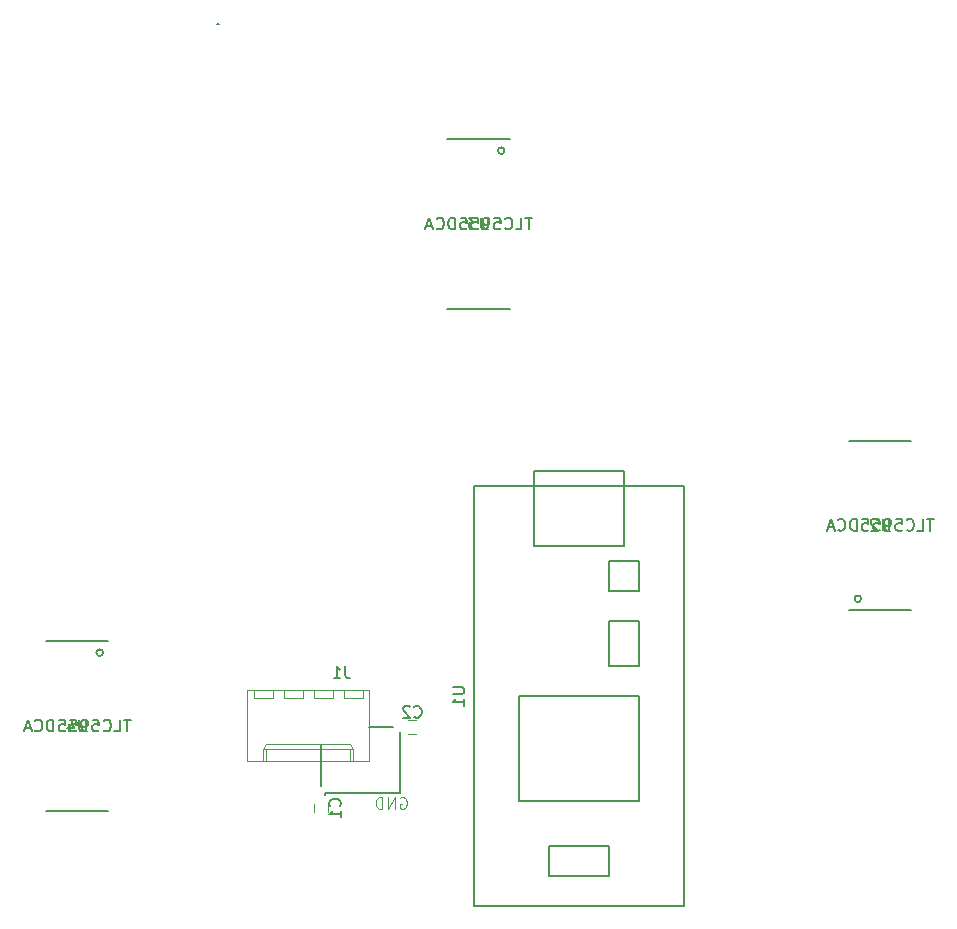
<source format=gbr>
G04 #@! TF.FileFunction,Legend,Bot*
%FSLAX46Y46*%
G04 Gerber Fmt 4.6, Leading zero omitted, Abs format (unit mm)*
G04 Created by KiCad (PCBNEW 4.0.7-e1-6374~58~ubuntu16.04.1) date Wed Aug 30 16:43:39 2017*
%MOMM*%
%LPD*%
G01*
G04 APERTURE LIST*
%ADD10C,0.100000*%
%ADD11C,0.200000*%
%ADD12C,0.150000*%
%ADD13C,0.152400*%
%ADD14C,0.120000*%
G04 APERTURE END LIST*
D10*
X61308904Y10392000D02*
X61404142Y10439619D01*
X61546999Y10439619D01*
X61689857Y10392000D01*
X61785095Y10296762D01*
X61832714Y10201524D01*
X61880333Y10011048D01*
X61880333Y9868190D01*
X61832714Y9677714D01*
X61785095Y9582476D01*
X61689857Y9487238D01*
X61546999Y9439619D01*
X61451761Y9439619D01*
X61308904Y9487238D01*
X61261285Y9534857D01*
X61261285Y9868190D01*
X61451761Y9868190D01*
X60832714Y9439619D02*
X60832714Y10439619D01*
X60261285Y9439619D01*
X60261285Y10439619D01*
X59785095Y9439619D02*
X59785095Y10439619D01*
X59547000Y10439619D01*
X59404142Y10392000D01*
X59308904Y10296762D01*
X59261285Y10201524D01*
X59213666Y10011048D01*
X59213666Y9868190D01*
X59261285Y9677714D01*
X59308904Y9582476D01*
X59404142Y9487238D01*
X59547000Y9439619D01*
X59785095Y9439619D01*
D11*
X54959000Y10781000D02*
X54959000Y10654000D01*
X61309000Y10781000D02*
X54959000Y10781000D01*
X61309000Y15988000D02*
X61309000Y10781000D01*
X58642000Y16369000D02*
X60674000Y16369000D01*
X54578000Y11416000D02*
X54578000Y14845000D01*
X45942000Y75932000D02*
X45815000Y75932000D01*
D12*
X70138981Y65173000D02*
G75*
G03X70138981Y65173000I-283981J0D01*
G01*
D13*
X70592034Y51774500D02*
X65307966Y51774500D01*
X65307966Y66125500D02*
X70592034Y66125500D01*
D14*
X55178000Y9161000D02*
X55178000Y9861000D01*
X53978000Y9861000D02*
X53978000Y9161000D01*
X62675000Y16969000D02*
X61975000Y16969000D01*
X61975000Y15769000D02*
X62675000Y15769000D01*
D12*
X100328981Y27227000D02*
G75*
G03X100328981Y27227000I-283981J0D01*
G01*
D13*
X99307966Y40625500D02*
X104592034Y40625500D01*
X104592034Y26274500D02*
X99307966Y26274500D01*
D12*
X36138981Y22673000D02*
G75*
G03X36138981Y22673000I-283981J0D01*
G01*
D13*
X36592034Y9274500D02*
X31307966Y9274500D01*
X31307966Y23625500D02*
X36592034Y23625500D01*
D14*
X58695000Y19470000D02*
X58695000Y13470000D01*
X58695000Y13470000D02*
X48335000Y13470000D01*
X48335000Y13470000D02*
X48335000Y19470000D01*
X48335000Y19470000D02*
X58695000Y19470000D01*
X57325000Y13470000D02*
X57325000Y14470000D01*
X57325000Y14470000D02*
X49705000Y14470000D01*
X49705000Y14470000D02*
X49705000Y13470000D01*
X57325000Y14470000D02*
X57075000Y14900000D01*
X57075000Y14900000D02*
X49955000Y14900000D01*
X49955000Y14900000D02*
X49705000Y14470000D01*
X57075000Y13470000D02*
X57075000Y14470000D01*
X49955000Y13470000D02*
X49955000Y14470000D01*
X58125000Y19470000D02*
X58125000Y18850000D01*
X58125000Y18850000D02*
X56525000Y18850000D01*
X56525000Y18850000D02*
X56525000Y19470000D01*
X55585000Y19470000D02*
X55585000Y18850000D01*
X55585000Y18850000D02*
X53985000Y18850000D01*
X53985000Y18850000D02*
X53985000Y19470000D01*
X53045000Y19470000D02*
X53045000Y18850000D01*
X53045000Y18850000D02*
X51445000Y18850000D01*
X51445000Y18850000D02*
X51445000Y19470000D01*
X50505000Y19470000D02*
X50505000Y18850000D01*
X50505000Y18850000D02*
X48905000Y18850000D01*
X48905000Y18850000D02*
X48905000Y19470000D01*
D12*
X80260000Y36780000D02*
X80260000Y38050000D01*
X80260000Y38050000D02*
X72640000Y38050000D01*
X72640000Y38050000D02*
X72640000Y36780000D01*
X81530000Y25350000D02*
X81530000Y21540000D01*
X81530000Y21540000D02*
X78990000Y21540000D01*
X78990000Y21540000D02*
X78990000Y25350000D01*
X78990000Y25350000D02*
X81530000Y25350000D01*
X80260000Y31700000D02*
X72640000Y31700000D01*
X72640000Y31700000D02*
X72640000Y36780000D01*
X80260000Y31700000D02*
X80260000Y36780000D01*
X81530000Y30430000D02*
X81530000Y27890000D01*
X81530000Y27890000D02*
X78990000Y27890000D01*
X78990000Y27890000D02*
X78990000Y30430000D01*
X78990000Y30430000D02*
X81530000Y30430000D01*
X73910000Y3760000D02*
X78990000Y3760000D01*
X78990000Y3760000D02*
X78990000Y6300000D01*
X78990000Y6300000D02*
X73910000Y6300000D01*
X73910000Y6300000D02*
X73910000Y3760000D01*
X81530000Y10110000D02*
X71370000Y10110000D01*
X71370000Y19000000D02*
X81530000Y19000000D01*
X71370000Y10110000D02*
X71370000Y19000000D01*
X81530000Y10110000D02*
X81530000Y19000000D01*
X67560000Y36780000D02*
X67560000Y1220000D01*
X67560000Y1220000D02*
X85340000Y1220000D01*
X85340000Y1220000D02*
X85340000Y36780000D01*
X85340000Y36780000D02*
X67560000Y36780000D01*
X68711905Y59497619D02*
X68711905Y58688095D01*
X68664286Y58592857D01*
X68616667Y58545238D01*
X68521429Y58497619D01*
X68330952Y58497619D01*
X68235714Y58545238D01*
X68188095Y58592857D01*
X68140476Y58688095D01*
X68140476Y59497619D01*
X67759524Y59497619D02*
X67140476Y59497619D01*
X67473810Y59116667D01*
X67330952Y59116667D01*
X67235714Y59069048D01*
X67188095Y59021429D01*
X67140476Y58926190D01*
X67140476Y58688095D01*
X67188095Y58592857D01*
X67235714Y58545238D01*
X67330952Y58497619D01*
X67616667Y58497619D01*
X67711905Y58545238D01*
X67759524Y58592857D01*
X72473810Y59497619D02*
X71902381Y59497619D01*
X72188096Y58497619D02*
X72188096Y59497619D01*
X71092857Y58497619D02*
X71569048Y58497619D01*
X71569048Y59497619D01*
X70188095Y58592857D02*
X70235714Y58545238D01*
X70378571Y58497619D01*
X70473809Y58497619D01*
X70616667Y58545238D01*
X70711905Y58640476D01*
X70759524Y58735714D01*
X70807143Y58926190D01*
X70807143Y59069048D01*
X70759524Y59259524D01*
X70711905Y59354762D01*
X70616667Y59450000D01*
X70473809Y59497619D01*
X70378571Y59497619D01*
X70235714Y59450000D01*
X70188095Y59402381D01*
X69283333Y59497619D02*
X69759524Y59497619D01*
X69807143Y59021429D01*
X69759524Y59069048D01*
X69664286Y59116667D01*
X69426190Y59116667D01*
X69330952Y59069048D01*
X69283333Y59021429D01*
X69235714Y58926190D01*
X69235714Y58688095D01*
X69283333Y58592857D01*
X69330952Y58545238D01*
X69426190Y58497619D01*
X69664286Y58497619D01*
X69759524Y58545238D01*
X69807143Y58592857D01*
X68759524Y58497619D02*
X68569048Y58497619D01*
X68473809Y58545238D01*
X68426190Y58592857D01*
X68330952Y58735714D01*
X68283333Y58926190D01*
X68283333Y59307143D01*
X68330952Y59402381D01*
X68378571Y59450000D01*
X68473809Y59497619D01*
X68664286Y59497619D01*
X68759524Y59450000D01*
X68807143Y59402381D01*
X68854762Y59307143D01*
X68854762Y59069048D01*
X68807143Y58973810D01*
X68759524Y58926190D01*
X68664286Y58878571D01*
X68473809Y58878571D01*
X68378571Y58926190D01*
X68330952Y58973810D01*
X68283333Y59069048D01*
X67378571Y59497619D02*
X67854762Y59497619D01*
X67902381Y59021429D01*
X67854762Y59069048D01*
X67759524Y59116667D01*
X67521428Y59116667D01*
X67426190Y59069048D01*
X67378571Y59021429D01*
X67330952Y58926190D01*
X67330952Y58688095D01*
X67378571Y58592857D01*
X67426190Y58545238D01*
X67521428Y58497619D01*
X67759524Y58497619D01*
X67854762Y58545238D01*
X67902381Y58592857D01*
X66426190Y59497619D02*
X66902381Y59497619D01*
X66950000Y59021429D01*
X66902381Y59069048D01*
X66807143Y59116667D01*
X66569047Y59116667D01*
X66473809Y59069048D01*
X66426190Y59021429D01*
X66378571Y58926190D01*
X66378571Y58688095D01*
X66426190Y58592857D01*
X66473809Y58545238D01*
X66569047Y58497619D01*
X66807143Y58497619D01*
X66902381Y58545238D01*
X66950000Y58592857D01*
X65950000Y58497619D02*
X65950000Y59497619D01*
X65711905Y59497619D01*
X65569047Y59450000D01*
X65473809Y59354762D01*
X65426190Y59259524D01*
X65378571Y59069048D01*
X65378571Y58926190D01*
X65426190Y58735714D01*
X65473809Y58640476D01*
X65569047Y58545238D01*
X65711905Y58497619D01*
X65950000Y58497619D01*
X64378571Y58592857D02*
X64426190Y58545238D01*
X64569047Y58497619D01*
X64664285Y58497619D01*
X64807143Y58545238D01*
X64902381Y58640476D01*
X64950000Y58735714D01*
X64997619Y58926190D01*
X64997619Y59069048D01*
X64950000Y59259524D01*
X64902381Y59354762D01*
X64807143Y59450000D01*
X64664285Y59497619D01*
X64569047Y59497619D01*
X64426190Y59450000D01*
X64378571Y59402381D01*
X63997619Y58783333D02*
X63521428Y58783333D01*
X64092857Y58497619D02*
X63759524Y59497619D01*
X63426190Y58497619D01*
X56185143Y9677666D02*
X56232762Y9725285D01*
X56280381Y9868142D01*
X56280381Y9963380D01*
X56232762Y10106238D01*
X56137524Y10201476D01*
X56042286Y10249095D01*
X55851810Y10296714D01*
X55708952Y10296714D01*
X55518476Y10249095D01*
X55423238Y10201476D01*
X55328000Y10106238D01*
X55280381Y9963380D01*
X55280381Y9868142D01*
X55328000Y9725285D01*
X55375619Y9677666D01*
X56280381Y8725285D02*
X56280381Y9296714D01*
X56280381Y9011000D02*
X55280381Y9011000D01*
X55423238Y9106238D01*
X55518476Y9201476D01*
X55566095Y9296714D01*
X62491666Y17261857D02*
X62539285Y17214238D01*
X62682142Y17166619D01*
X62777380Y17166619D01*
X62920238Y17214238D01*
X63015476Y17309476D01*
X63063095Y17404714D01*
X63110714Y17595190D01*
X63110714Y17738048D01*
X63063095Y17928524D01*
X63015476Y18023762D01*
X62920238Y18119000D01*
X62777380Y18166619D01*
X62682142Y18166619D01*
X62539285Y18119000D01*
X62491666Y18071381D01*
X62110714Y18071381D02*
X62063095Y18119000D01*
X61967857Y18166619D01*
X61729761Y18166619D01*
X61634523Y18119000D01*
X61586904Y18071381D01*
X61539285Y17976143D01*
X61539285Y17880905D01*
X61586904Y17738048D01*
X62158333Y17166619D01*
X61539285Y17166619D01*
X102711905Y33997619D02*
X102711905Y33188095D01*
X102664286Y33092857D01*
X102616667Y33045238D01*
X102521429Y32997619D01*
X102330952Y32997619D01*
X102235714Y33045238D01*
X102188095Y33092857D01*
X102140476Y33188095D01*
X102140476Y33997619D01*
X101711905Y33902381D02*
X101664286Y33950000D01*
X101569048Y33997619D01*
X101330952Y33997619D01*
X101235714Y33950000D01*
X101188095Y33902381D01*
X101140476Y33807143D01*
X101140476Y33711905D01*
X101188095Y33569048D01*
X101759524Y32997619D01*
X101140476Y32997619D01*
X106473810Y33997619D02*
X105902381Y33997619D01*
X106188096Y32997619D02*
X106188096Y33997619D01*
X105092857Y32997619D02*
X105569048Y32997619D01*
X105569048Y33997619D01*
X104188095Y33092857D02*
X104235714Y33045238D01*
X104378571Y32997619D01*
X104473809Y32997619D01*
X104616667Y33045238D01*
X104711905Y33140476D01*
X104759524Y33235714D01*
X104807143Y33426190D01*
X104807143Y33569048D01*
X104759524Y33759524D01*
X104711905Y33854762D01*
X104616667Y33950000D01*
X104473809Y33997619D01*
X104378571Y33997619D01*
X104235714Y33950000D01*
X104188095Y33902381D01*
X103283333Y33997619D02*
X103759524Y33997619D01*
X103807143Y33521429D01*
X103759524Y33569048D01*
X103664286Y33616667D01*
X103426190Y33616667D01*
X103330952Y33569048D01*
X103283333Y33521429D01*
X103235714Y33426190D01*
X103235714Y33188095D01*
X103283333Y33092857D01*
X103330952Y33045238D01*
X103426190Y32997619D01*
X103664286Y32997619D01*
X103759524Y33045238D01*
X103807143Y33092857D01*
X102759524Y32997619D02*
X102569048Y32997619D01*
X102473809Y33045238D01*
X102426190Y33092857D01*
X102330952Y33235714D01*
X102283333Y33426190D01*
X102283333Y33807143D01*
X102330952Y33902381D01*
X102378571Y33950000D01*
X102473809Y33997619D01*
X102664286Y33997619D01*
X102759524Y33950000D01*
X102807143Y33902381D01*
X102854762Y33807143D01*
X102854762Y33569048D01*
X102807143Y33473810D01*
X102759524Y33426190D01*
X102664286Y33378571D01*
X102473809Y33378571D01*
X102378571Y33426190D01*
X102330952Y33473810D01*
X102283333Y33569048D01*
X101378571Y33997619D02*
X101854762Y33997619D01*
X101902381Y33521429D01*
X101854762Y33569048D01*
X101759524Y33616667D01*
X101521428Y33616667D01*
X101426190Y33569048D01*
X101378571Y33521429D01*
X101330952Y33426190D01*
X101330952Y33188095D01*
X101378571Y33092857D01*
X101426190Y33045238D01*
X101521428Y32997619D01*
X101759524Y32997619D01*
X101854762Y33045238D01*
X101902381Y33092857D01*
X100426190Y33997619D02*
X100902381Y33997619D01*
X100950000Y33521429D01*
X100902381Y33569048D01*
X100807143Y33616667D01*
X100569047Y33616667D01*
X100473809Y33569048D01*
X100426190Y33521429D01*
X100378571Y33426190D01*
X100378571Y33188095D01*
X100426190Y33092857D01*
X100473809Y33045238D01*
X100569047Y32997619D01*
X100807143Y32997619D01*
X100902381Y33045238D01*
X100950000Y33092857D01*
X99950000Y32997619D02*
X99950000Y33997619D01*
X99711905Y33997619D01*
X99569047Y33950000D01*
X99473809Y33854762D01*
X99426190Y33759524D01*
X99378571Y33569048D01*
X99378571Y33426190D01*
X99426190Y33235714D01*
X99473809Y33140476D01*
X99569047Y33045238D01*
X99711905Y32997619D01*
X99950000Y32997619D01*
X98378571Y33092857D02*
X98426190Y33045238D01*
X98569047Y32997619D01*
X98664285Y32997619D01*
X98807143Y33045238D01*
X98902381Y33140476D01*
X98950000Y33235714D01*
X98997619Y33426190D01*
X98997619Y33569048D01*
X98950000Y33759524D01*
X98902381Y33854762D01*
X98807143Y33950000D01*
X98664285Y33997619D01*
X98569047Y33997619D01*
X98426190Y33950000D01*
X98378571Y33902381D01*
X97997619Y33283333D02*
X97521428Y33283333D01*
X98092857Y32997619D02*
X97759524Y33997619D01*
X97426190Y32997619D01*
X34711905Y16997619D02*
X34711905Y16188095D01*
X34664286Y16092857D01*
X34616667Y16045238D01*
X34521429Y15997619D01*
X34330952Y15997619D01*
X34235714Y16045238D01*
X34188095Y16092857D01*
X34140476Y16188095D01*
X34140476Y16997619D01*
X33235714Y16664286D02*
X33235714Y15997619D01*
X33473810Y17045238D02*
X33711905Y16330952D01*
X33092857Y16330952D01*
X38473810Y16997619D02*
X37902381Y16997619D01*
X38188096Y15997619D02*
X38188096Y16997619D01*
X37092857Y15997619D02*
X37569048Y15997619D01*
X37569048Y16997619D01*
X36188095Y16092857D02*
X36235714Y16045238D01*
X36378571Y15997619D01*
X36473809Y15997619D01*
X36616667Y16045238D01*
X36711905Y16140476D01*
X36759524Y16235714D01*
X36807143Y16426190D01*
X36807143Y16569048D01*
X36759524Y16759524D01*
X36711905Y16854762D01*
X36616667Y16950000D01*
X36473809Y16997619D01*
X36378571Y16997619D01*
X36235714Y16950000D01*
X36188095Y16902381D01*
X35283333Y16997619D02*
X35759524Y16997619D01*
X35807143Y16521429D01*
X35759524Y16569048D01*
X35664286Y16616667D01*
X35426190Y16616667D01*
X35330952Y16569048D01*
X35283333Y16521429D01*
X35235714Y16426190D01*
X35235714Y16188095D01*
X35283333Y16092857D01*
X35330952Y16045238D01*
X35426190Y15997619D01*
X35664286Y15997619D01*
X35759524Y16045238D01*
X35807143Y16092857D01*
X34759524Y15997619D02*
X34569048Y15997619D01*
X34473809Y16045238D01*
X34426190Y16092857D01*
X34330952Y16235714D01*
X34283333Y16426190D01*
X34283333Y16807143D01*
X34330952Y16902381D01*
X34378571Y16950000D01*
X34473809Y16997619D01*
X34664286Y16997619D01*
X34759524Y16950000D01*
X34807143Y16902381D01*
X34854762Y16807143D01*
X34854762Y16569048D01*
X34807143Y16473810D01*
X34759524Y16426190D01*
X34664286Y16378571D01*
X34473809Y16378571D01*
X34378571Y16426190D01*
X34330952Y16473810D01*
X34283333Y16569048D01*
X33378571Y16997619D02*
X33854762Y16997619D01*
X33902381Y16521429D01*
X33854762Y16569048D01*
X33759524Y16616667D01*
X33521428Y16616667D01*
X33426190Y16569048D01*
X33378571Y16521429D01*
X33330952Y16426190D01*
X33330952Y16188095D01*
X33378571Y16092857D01*
X33426190Y16045238D01*
X33521428Y15997619D01*
X33759524Y15997619D01*
X33854762Y16045238D01*
X33902381Y16092857D01*
X32426190Y16997619D02*
X32902381Y16997619D01*
X32950000Y16521429D01*
X32902381Y16569048D01*
X32807143Y16616667D01*
X32569047Y16616667D01*
X32473809Y16569048D01*
X32426190Y16521429D01*
X32378571Y16426190D01*
X32378571Y16188095D01*
X32426190Y16092857D01*
X32473809Y16045238D01*
X32569047Y15997619D01*
X32807143Y15997619D01*
X32902381Y16045238D01*
X32950000Y16092857D01*
X31950000Y15997619D02*
X31950000Y16997619D01*
X31711905Y16997619D01*
X31569047Y16950000D01*
X31473809Y16854762D01*
X31426190Y16759524D01*
X31378571Y16569048D01*
X31378571Y16426190D01*
X31426190Y16235714D01*
X31473809Y16140476D01*
X31569047Y16045238D01*
X31711905Y15997619D01*
X31950000Y15997619D01*
X30378571Y16092857D02*
X30426190Y16045238D01*
X30569047Y15997619D01*
X30664285Y15997619D01*
X30807143Y16045238D01*
X30902381Y16140476D01*
X30950000Y16235714D01*
X30997619Y16426190D01*
X30997619Y16569048D01*
X30950000Y16759524D01*
X30902381Y16854762D01*
X30807143Y16950000D01*
X30664285Y16997619D01*
X30569047Y16997619D01*
X30426190Y16950000D01*
X30378571Y16902381D01*
X29997619Y16283333D02*
X29521428Y16283333D01*
X30092857Y15997619D02*
X29759524Y16997619D01*
X29426190Y15997619D01*
X56658333Y21497619D02*
X56658333Y20783333D01*
X56705953Y20640476D01*
X56801191Y20545238D01*
X56944048Y20497619D01*
X57039286Y20497619D01*
X55658333Y20497619D02*
X56229762Y20497619D01*
X55944048Y20497619D02*
X55944048Y21497619D01*
X56039286Y21354762D01*
X56134524Y21259524D01*
X56229762Y21211905D01*
X65742381Y19761905D02*
X66551905Y19761905D01*
X66647143Y19714286D01*
X66694762Y19666667D01*
X66742381Y19571429D01*
X66742381Y19380952D01*
X66694762Y19285714D01*
X66647143Y19238095D01*
X66551905Y19190476D01*
X65742381Y19190476D01*
X66742381Y18190476D02*
X66742381Y18761905D01*
X66742381Y18476191D02*
X65742381Y18476191D01*
X65885238Y18571429D01*
X65980476Y18666667D01*
X66028095Y18761905D01*
M02*

</source>
